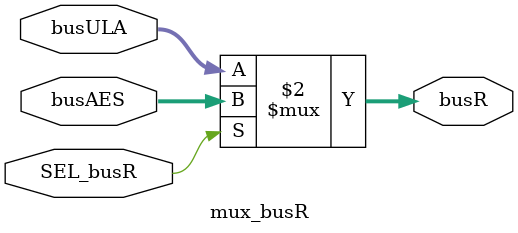
<source format=sv>
/**

  ******************************************************************************
  *
  * @university	UFCG (Universidade Federal de Campina Grande)
  * @lab 	 	embedded
  * @project 	RISC-V.br
  * @ip      	AES (Advanced Encryption Standard)
  *
  * @file    	mux_busR.sv
  * @authors  	Gabriel Villanova	
  * @version 	V1.0
  * @date    	01 february 2017
  * @brief   
  *		MUX to selection the result of ULA or AES in bus R.
  *
  ****************************************************************************** 

**/

module mux_busR (
	input  logic [127:0] busULA,
	input  logic [127:0] busAES,

	input logic SEL_busR,

	output logic [127:0] busR
);

always_comb
	busR = (SEL_busR) ? busAES : busULA;
endmodule
</source>
